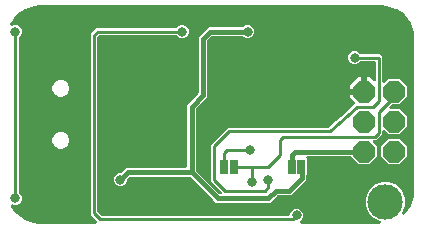
<source format=gbl>
G04 EAGLE Gerber X2 export*
%TF.Part,Single*%
%TF.FileFunction,Other,Bottom layer*%
%TF.FilePolarity,Positive*%
%TF.GenerationSoftware,Autodesk,EAGLE,9.1.3*%
%TF.CreationDate,2018-09-03T05:04:02Z*%
G75*
%MOMM*%
%FSLAX34Y34*%
%LPD*%
%AMOC8*
5,1,8,0,0,1.08239X$1,22.5*%
G01*
%ADD10P,2.034460X8X112.500000*%
%ADD11R,0.635000X1.270000*%
%ADD12C,0.804800*%
%ADD13C,0.254000*%
%ADD14C,0.406400*%
%ADD15C,0.457200*%
%ADD16C,3.000000*%

G36*
X77893Y2558D02*
X77893Y2558D01*
X78032Y2571D01*
X78051Y2578D01*
X78071Y2581D01*
X78200Y2632D01*
X78331Y2679D01*
X78348Y2690D01*
X78366Y2698D01*
X78479Y2779D01*
X78594Y2857D01*
X78607Y2873D01*
X78624Y2884D01*
X78713Y2992D01*
X78804Y3096D01*
X78814Y3114D01*
X78827Y3129D01*
X78886Y3255D01*
X78949Y3379D01*
X78953Y3399D01*
X78962Y3417D01*
X78988Y3553D01*
X79019Y3689D01*
X79018Y3710D01*
X79022Y3729D01*
X79013Y3868D01*
X79009Y4007D01*
X79003Y4027D01*
X79002Y4047D01*
X78959Y4179D01*
X78921Y4313D01*
X78910Y4330D01*
X78904Y4349D01*
X78830Y4467D01*
X78759Y4587D01*
X78741Y4608D01*
X78734Y4618D01*
X78719Y4632D01*
X78653Y4707D01*
X75414Y7946D01*
X73405Y9955D01*
X73405Y163083D01*
X78217Y167895D01*
X145234Y167895D01*
X145333Y167907D01*
X145432Y167910D01*
X145490Y167927D01*
X145550Y167935D01*
X145642Y167971D01*
X145737Y167999D01*
X145789Y168029D01*
X145846Y168052D01*
X145926Y168110D01*
X146011Y168160D01*
X146086Y168226D01*
X146103Y168238D01*
X146111Y168248D01*
X146132Y168266D01*
X147669Y169804D01*
X149709Y170649D01*
X151916Y170649D01*
X153956Y169804D01*
X155517Y168243D01*
X156361Y166204D01*
X156361Y163996D01*
X155517Y161957D01*
X153956Y160396D01*
X151916Y159551D01*
X149709Y159551D01*
X147669Y160396D01*
X146132Y161934D01*
X146054Y161994D01*
X145982Y162062D01*
X145929Y162091D01*
X145881Y162128D01*
X145790Y162168D01*
X145703Y162216D01*
X145644Y162231D01*
X145589Y162255D01*
X145491Y162270D01*
X145395Y162295D01*
X145295Y162301D01*
X145275Y162305D01*
X145262Y162303D01*
X145234Y162305D01*
X81058Y162305D01*
X80960Y162293D01*
X80861Y162290D01*
X80803Y162273D01*
X80743Y162265D01*
X80651Y162229D01*
X80556Y162201D01*
X80503Y162171D01*
X80447Y162148D01*
X80367Y162090D01*
X80282Y162040D01*
X80206Y161974D01*
X80190Y161962D01*
X80182Y161952D01*
X80161Y161934D01*
X79366Y161139D01*
X79306Y161061D01*
X79238Y160989D01*
X79209Y160936D01*
X79172Y160888D01*
X79132Y160797D01*
X79084Y160710D01*
X79069Y160652D01*
X79045Y160596D01*
X79030Y160498D01*
X79005Y160402D01*
X78999Y160302D01*
X78995Y160282D01*
X78997Y160270D01*
X78995Y160242D01*
X78995Y12796D01*
X79007Y12698D01*
X79010Y12599D01*
X79027Y12540D01*
X79035Y12480D01*
X79071Y12388D01*
X79099Y12293D01*
X79129Y12241D01*
X79152Y12185D01*
X79210Y12105D01*
X79260Y12019D01*
X79326Y11944D01*
X79338Y11927D01*
X79348Y11920D01*
X79366Y11898D01*
X81748Y9516D01*
X81827Y9456D01*
X81899Y9388D01*
X81952Y9359D01*
X82000Y9322D01*
X82091Y9282D01*
X82177Y9234D01*
X82236Y9219D01*
X82291Y9195D01*
X82389Y9180D01*
X82485Y9155D01*
X82585Y9149D01*
X82606Y9145D01*
X82618Y9147D01*
X82646Y9145D01*
X240832Y9145D01*
X240950Y9160D01*
X241069Y9167D01*
X241107Y9180D01*
X241148Y9185D01*
X241258Y9228D01*
X241371Y9265D01*
X241406Y9287D01*
X241443Y9302D01*
X241539Y9371D01*
X241640Y9435D01*
X241668Y9465D01*
X241701Y9488D01*
X241777Y9580D01*
X241858Y9667D01*
X241878Y9702D01*
X241903Y9733D01*
X241954Y9841D01*
X242012Y9945D01*
X242022Y9985D01*
X242039Y10021D01*
X242061Y10138D01*
X242091Y10253D01*
X242095Y10313D01*
X242099Y10333D01*
X242097Y10354D01*
X242101Y10414D01*
X242101Y10629D01*
X242946Y12668D01*
X244507Y14229D01*
X246546Y15074D01*
X248754Y15074D01*
X250793Y14229D01*
X252354Y12668D01*
X253199Y10629D01*
X253199Y8421D01*
X252354Y6382D01*
X250680Y4707D01*
X250594Y4598D01*
X250506Y4491D01*
X250497Y4472D01*
X250485Y4456D01*
X250429Y4328D01*
X250370Y4203D01*
X250366Y4183D01*
X250358Y4164D01*
X250336Y4026D01*
X250310Y3890D01*
X250312Y3870D01*
X250308Y3850D01*
X250322Y3711D01*
X250330Y3573D01*
X250336Y3554D01*
X250338Y3534D01*
X250385Y3402D01*
X250428Y3271D01*
X250439Y3253D01*
X250446Y3234D01*
X250524Y3119D01*
X250598Y3002D01*
X250613Y2988D01*
X250624Y2971D01*
X250729Y2879D01*
X250830Y2784D01*
X250848Y2774D01*
X250863Y2761D01*
X250987Y2697D01*
X251108Y2630D01*
X251128Y2625D01*
X251146Y2616D01*
X251282Y2586D01*
X251416Y2551D01*
X251444Y2549D01*
X251456Y2546D01*
X251477Y2547D01*
X251577Y2541D01*
X318003Y2541D01*
X318072Y2549D01*
X318142Y2548D01*
X318229Y2569D01*
X318318Y2581D01*
X318383Y2606D01*
X318451Y2623D01*
X318530Y2665D01*
X318614Y2698D01*
X318670Y2739D01*
X318732Y2771D01*
X318798Y2832D01*
X318871Y2884D01*
X318916Y2938D01*
X318967Y2985D01*
X319017Y3060D01*
X319074Y3129D01*
X319104Y3193D01*
X319142Y3251D01*
X319171Y3336D01*
X319209Y3417D01*
X319223Y3486D01*
X319245Y3552D01*
X319252Y3641D01*
X319269Y3729D01*
X319265Y3799D01*
X319270Y3869D01*
X319255Y3957D01*
X319249Y4047D01*
X319228Y4113D01*
X319216Y4182D01*
X319179Y4264D01*
X319151Y4349D01*
X319114Y4408D01*
X319085Y4472D01*
X319029Y4542D01*
X318981Y4618D01*
X318930Y4666D01*
X318887Y4720D01*
X318815Y4775D01*
X318750Y4836D01*
X318689Y4870D01*
X318633Y4912D01*
X318488Y4983D01*
X313640Y6991D01*
X308991Y11640D01*
X306475Y17713D01*
X306475Y24287D01*
X308991Y30360D01*
X313640Y35009D01*
X319713Y37525D01*
X326287Y37525D01*
X332360Y35009D01*
X337009Y30360D01*
X339525Y24287D01*
X339525Y17713D01*
X337057Y11757D01*
X337023Y11632D01*
X336983Y11509D01*
X336982Y11479D01*
X336974Y11450D01*
X336971Y11321D01*
X336963Y11192D01*
X336969Y11162D01*
X336968Y11132D01*
X336999Y11006D01*
X337023Y10879D01*
X337036Y10852D01*
X337043Y10823D01*
X337103Y10708D01*
X337158Y10591D01*
X337177Y10568D01*
X337191Y10541D01*
X337278Y10446D01*
X337361Y10346D01*
X337385Y10328D01*
X337405Y10306D01*
X337513Y10235D01*
X337618Y10159D01*
X337646Y10148D01*
X337671Y10131D01*
X337793Y10089D01*
X337913Y10042D01*
X337943Y10038D01*
X337972Y10028D01*
X338101Y10018D01*
X338229Y10002D01*
X338259Y10005D01*
X338289Y10003D01*
X338416Y10025D01*
X338544Y10041D01*
X338572Y10052D01*
X338602Y10057D01*
X338720Y10110D01*
X338840Y10158D01*
X338877Y10181D01*
X338892Y10188D01*
X338909Y10202D01*
X338976Y10244D01*
X339265Y10454D01*
X339352Y10535D01*
X339443Y10611D01*
X339482Y10658D01*
X339497Y10672D01*
X339508Y10689D01*
X339546Y10735D01*
X344362Y17364D01*
X344420Y17468D01*
X344483Y17568D01*
X344506Y17625D01*
X344516Y17643D01*
X344521Y17662D01*
X344543Y17718D01*
X347075Y25511D01*
X347088Y25579D01*
X347110Y25644D01*
X347133Y25803D01*
X347455Y29900D01*
X347454Y29922D01*
X347459Y30000D01*
X347459Y160000D01*
X347457Y160022D01*
X347455Y160100D01*
X347133Y164197D01*
X347119Y164264D01*
X347115Y164333D01*
X347075Y164489D01*
X344543Y172282D01*
X344492Y172390D01*
X344449Y172500D01*
X344416Y172551D01*
X344407Y172570D01*
X344394Y172586D01*
X344362Y172636D01*
X339546Y179265D01*
X339465Y179352D01*
X339389Y179443D01*
X339342Y179482D01*
X339328Y179497D01*
X339311Y179508D01*
X339265Y179546D01*
X336904Y181262D01*
X332636Y184362D01*
X332532Y184420D01*
X332432Y184483D01*
X332375Y184506D01*
X332357Y184516D01*
X332338Y184521D01*
X332282Y184543D01*
X324489Y187075D01*
X324421Y187088D01*
X324356Y187110D01*
X324197Y187133D01*
X320100Y187455D01*
X320078Y187454D01*
X320000Y187459D01*
X30000Y187459D01*
X29978Y187457D01*
X29900Y187455D01*
X25803Y187133D01*
X25736Y187119D01*
X25667Y187115D01*
X25511Y187075D01*
X17718Y184543D01*
X17610Y184492D01*
X17500Y184449D01*
X17449Y184416D01*
X17430Y184407D01*
X17414Y184394D01*
X17364Y184362D01*
X10735Y179546D01*
X10648Y179465D01*
X10557Y179389D01*
X10518Y179342D01*
X10503Y179328D01*
X10492Y179311D01*
X10454Y179265D01*
X5638Y172636D01*
X5581Y172532D01*
X5517Y172432D01*
X5494Y172375D01*
X5484Y172357D01*
X5479Y172338D01*
X5457Y172282D01*
X5234Y171595D01*
X5217Y171507D01*
X5191Y171421D01*
X5187Y171351D01*
X5174Y171282D01*
X5180Y171193D01*
X5176Y171103D01*
X5190Y171035D01*
X5194Y170965D01*
X5222Y170880D01*
X5240Y170792D01*
X5271Y170729D01*
X5292Y170662D01*
X5340Y170587D01*
X5380Y170506D01*
X5425Y170453D01*
X5463Y170394D01*
X5528Y170333D01*
X5586Y170264D01*
X5643Y170224D01*
X5694Y170176D01*
X5773Y170133D01*
X5846Y170081D01*
X5912Y170056D01*
X5973Y170023D01*
X6060Y170000D01*
X6143Y169968D01*
X6213Y169961D01*
X6281Y169943D01*
X6370Y169943D01*
X6460Y169933D01*
X6529Y169943D01*
X6599Y169943D01*
X6686Y169965D01*
X6774Y169978D01*
X6892Y170018D01*
X6907Y170022D01*
X6913Y170025D01*
X6927Y170030D01*
X8421Y170649D01*
X10629Y170649D01*
X12668Y169804D01*
X14229Y168243D01*
X15074Y166204D01*
X15074Y163996D01*
X14229Y161957D01*
X12691Y160419D01*
X12631Y160341D01*
X12563Y160269D01*
X12534Y160216D01*
X12497Y160168D01*
X12457Y160077D01*
X12409Y159991D01*
X12394Y159932D01*
X12370Y159876D01*
X12355Y159778D01*
X12330Y159683D01*
X12324Y159583D01*
X12320Y159562D01*
X12322Y159550D01*
X12320Y159522D01*
X12320Y29391D01*
X12332Y29292D01*
X12335Y29193D01*
X12352Y29135D01*
X12360Y29075D01*
X12396Y28983D01*
X12424Y28888D01*
X12454Y28836D01*
X12477Y28779D01*
X12535Y28699D01*
X12585Y28614D01*
X12651Y28539D01*
X12663Y28522D01*
X12673Y28514D01*
X12691Y28493D01*
X14229Y26956D01*
X15074Y24916D01*
X15074Y22709D01*
X14229Y20669D01*
X12668Y19108D01*
X10629Y18264D01*
X8421Y18264D01*
X7662Y18578D01*
X7537Y18612D01*
X7414Y18652D01*
X7384Y18654D01*
X7355Y18662D01*
X7226Y18664D01*
X7097Y18672D01*
X7067Y18667D01*
X7037Y18667D01*
X6912Y18637D01*
X6785Y18613D01*
X6757Y18600D01*
X6728Y18593D01*
X6614Y18533D01*
X6497Y18478D01*
X6474Y18459D01*
X6447Y18444D01*
X6351Y18357D01*
X6252Y18275D01*
X6234Y18251D01*
X6212Y18231D01*
X6141Y18123D01*
X6064Y18018D01*
X6053Y17990D01*
X6037Y17965D01*
X5995Y17842D01*
X5947Y17722D01*
X5943Y17693D01*
X5934Y17664D01*
X5923Y17535D01*
X5907Y17407D01*
X5911Y17377D01*
X5908Y17347D01*
X5930Y17220D01*
X5946Y17091D01*
X5958Y17063D01*
X5963Y17034D01*
X6016Y16916D01*
X6063Y16796D01*
X6086Y16759D01*
X6093Y16744D01*
X6107Y16727D01*
X6149Y16660D01*
X10454Y10735D01*
X10536Y10648D01*
X10611Y10557D01*
X10658Y10518D01*
X10672Y10503D01*
X10689Y10492D01*
X10735Y10454D01*
X10810Y10399D01*
X17364Y5638D01*
X17468Y5580D01*
X17568Y5517D01*
X17625Y5494D01*
X17643Y5484D01*
X17662Y5479D01*
X17718Y5457D01*
X25511Y2925D01*
X25579Y2912D01*
X25644Y2890D01*
X25803Y2867D01*
X29900Y2545D01*
X29922Y2546D01*
X30000Y2541D01*
X77755Y2541D01*
X77893Y2558D01*
G37*
%LPC*%
G36*
X179502Y20256D02*
X179502Y20256D01*
X177047Y22711D01*
X157903Y41855D01*
X157824Y41916D01*
X157752Y41984D01*
X157699Y42013D01*
X157651Y42050D01*
X157560Y42089D01*
X157474Y42137D01*
X157415Y42152D01*
X157359Y42176D01*
X157261Y42192D01*
X157166Y42217D01*
X157066Y42223D01*
X157045Y42226D01*
X157033Y42225D01*
X157005Y42227D01*
X106879Y42227D01*
X106781Y42214D01*
X106682Y42211D01*
X106624Y42195D01*
X106564Y42187D01*
X106472Y42150D01*
X106376Y42123D01*
X106324Y42092D01*
X106268Y42070D01*
X106188Y42012D01*
X106103Y41961D01*
X106027Y41895D01*
X106011Y41883D01*
X106003Y41874D01*
X105982Y41855D01*
X104345Y40219D01*
X104285Y40141D01*
X104217Y40068D01*
X104188Y40015D01*
X104151Y39968D01*
X104111Y39877D01*
X104063Y39790D01*
X104048Y39731D01*
X104024Y39676D01*
X104009Y39578D01*
X103984Y39482D01*
X103978Y39382D01*
X103974Y39362D01*
X103976Y39349D01*
X103974Y39321D01*
X103974Y38584D01*
X103129Y36544D01*
X101568Y34983D01*
X99529Y34139D01*
X97321Y34139D01*
X95282Y34983D01*
X93721Y36544D01*
X92876Y38584D01*
X92876Y40791D01*
X93721Y42831D01*
X95282Y44392D01*
X97321Y45236D01*
X98059Y45236D01*
X98157Y45249D01*
X98256Y45252D01*
X98314Y45268D01*
X98374Y45276D01*
X98466Y45313D01*
X98562Y45340D01*
X98614Y45371D01*
X98670Y45393D01*
X98750Y45451D01*
X98835Y45502D01*
X98911Y45568D01*
X98927Y45580D01*
X98935Y45589D01*
X98956Y45608D01*
X103197Y49848D01*
X153924Y49848D01*
X154042Y49863D01*
X154161Y49871D01*
X154199Y49883D01*
X154240Y49888D01*
X154350Y49932D01*
X154463Y49969D01*
X154498Y49990D01*
X154535Y50005D01*
X154631Y50075D01*
X154732Y50139D01*
X154760Y50168D01*
X154793Y50192D01*
X154869Y50284D01*
X154950Y50370D01*
X154970Y50406D01*
X154995Y50437D01*
X155046Y50545D01*
X155104Y50649D01*
X155114Y50688D01*
X155131Y50725D01*
X155153Y50841D01*
X155183Y50957D01*
X155187Y51017D01*
X155191Y51037D01*
X155189Y51057D01*
X155193Y51117D01*
X155193Y103073D01*
X164347Y112226D01*
X164407Y112305D01*
X164475Y112377D01*
X164504Y112430D01*
X164541Y112478D01*
X164581Y112569D01*
X164629Y112655D01*
X164644Y112714D01*
X164668Y112770D01*
X164683Y112868D01*
X164708Y112963D01*
X164714Y113063D01*
X164718Y113084D01*
X164716Y113096D01*
X164718Y113124D01*
X164718Y160223D01*
X173152Y168657D01*
X201559Y168657D01*
X201657Y168669D01*
X201756Y168672D01*
X201814Y168689D01*
X201874Y168697D01*
X201966Y168733D01*
X202062Y168761D01*
X202114Y168791D01*
X202170Y168814D01*
X202250Y168872D01*
X202336Y168922D01*
X202411Y168988D01*
X202427Y169000D01*
X202435Y169010D01*
X202456Y169029D01*
X203232Y169804D01*
X205271Y170649D01*
X207479Y170649D01*
X209518Y169804D01*
X211079Y168243D01*
X211924Y166204D01*
X211924Y163996D01*
X211079Y161957D01*
X209518Y160396D01*
X207479Y159551D01*
X205271Y159551D01*
X203232Y160396D01*
X202456Y161171D01*
X202378Y161232D01*
X202306Y161300D01*
X202253Y161329D01*
X202205Y161366D01*
X202114Y161406D01*
X202028Y161454D01*
X201969Y161469D01*
X201913Y161493D01*
X201815Y161508D01*
X201720Y161533D01*
X201620Y161539D01*
X201599Y161543D01*
X201587Y161541D01*
X201559Y161543D01*
X176624Y161543D01*
X176526Y161531D01*
X176427Y161528D01*
X176369Y161511D01*
X176308Y161503D01*
X176216Y161467D01*
X176121Y161439D01*
X176069Y161409D01*
X176013Y161386D01*
X175933Y161328D01*
X175847Y161278D01*
X175772Y161212D01*
X175755Y161200D01*
X175748Y161190D01*
X175726Y161172D01*
X172203Y157649D01*
X172143Y157570D01*
X172075Y157498D01*
X172046Y157445D01*
X172009Y157397D01*
X171969Y157306D01*
X171921Y157220D01*
X171906Y157161D01*
X171882Y157105D01*
X171867Y157007D01*
X171842Y156912D01*
X171836Y156812D01*
X171832Y156791D01*
X171834Y156779D01*
X171832Y156751D01*
X171832Y109652D01*
X162678Y100499D01*
X162618Y100420D01*
X162550Y100348D01*
X162521Y100295D01*
X162484Y100247D01*
X162444Y100156D01*
X162396Y100070D01*
X162381Y100011D01*
X162357Y99955D01*
X162342Y99857D01*
X162317Y99762D01*
X162311Y99662D01*
X162307Y99641D01*
X162309Y99629D01*
X162307Y99601D01*
X162307Y48396D01*
X162319Y48298D01*
X162322Y48198D01*
X162339Y48140D01*
X162347Y48080D01*
X162383Y47988D01*
X162411Y47893D01*
X162441Y47841D01*
X162464Y47784D01*
X162522Y47704D01*
X162572Y47619D01*
X162575Y47615D01*
X162576Y47585D01*
X162593Y47527D01*
X162601Y47467D01*
X162637Y47375D01*
X162665Y47280D01*
X162695Y47228D01*
X162718Y47171D01*
X162776Y47091D01*
X162826Y47006D01*
X162892Y46930D01*
X162904Y46914D01*
X162914Y46906D01*
X162932Y46885D01*
X182076Y27741D01*
X182155Y27680D01*
X182227Y27612D01*
X182280Y27583D01*
X182328Y27546D01*
X182419Y27507D01*
X182505Y27459D01*
X182564Y27444D01*
X182620Y27420D01*
X182718Y27404D01*
X182813Y27379D01*
X182913Y27373D01*
X182934Y27370D01*
X182946Y27371D01*
X182974Y27369D01*
X183102Y27369D01*
X183239Y27387D01*
X183378Y27400D01*
X183397Y27407D01*
X183417Y27409D01*
X183546Y27460D01*
X183677Y27507D01*
X183694Y27519D01*
X183713Y27526D01*
X183825Y27608D01*
X183940Y27686D01*
X183954Y27701D01*
X183970Y27713D01*
X184059Y27820D01*
X184151Y27924D01*
X184160Y27942D01*
X184173Y27958D01*
X184232Y28084D01*
X184296Y28208D01*
X184300Y28227D01*
X184309Y28246D01*
X184335Y28382D01*
X184365Y28518D01*
X184365Y28538D01*
X184368Y28558D01*
X184360Y28696D01*
X184356Y28836D01*
X184350Y28855D01*
X184349Y28875D01*
X184306Y29008D01*
X184267Y29141D01*
X184257Y29159D01*
X184251Y29178D01*
X184176Y29296D01*
X184106Y29415D01*
X184087Y29436D01*
X184080Y29447D01*
X184065Y29461D01*
X183999Y29536D01*
X177014Y36521D01*
X175005Y38530D01*
X175005Y69420D01*
X189342Y83757D01*
X274629Y83757D01*
X274704Y83767D01*
X274780Y83766D01*
X274861Y83787D01*
X274945Y83797D01*
X275015Y83825D01*
X275088Y83843D01*
X275162Y83883D01*
X275240Y83914D01*
X275302Y83959D01*
X275368Y83995D01*
X275493Y84096D01*
X275514Y84116D01*
X275514Y84117D01*
X280982Y89193D01*
X280982Y89194D01*
X285082Y93001D01*
X285083Y93001D01*
X290550Y98078D01*
X296018Y103155D01*
X296493Y103597D01*
X296502Y103608D01*
X296527Y103630D01*
X296659Y103762D01*
X296732Y103856D01*
X296811Y103945D01*
X296829Y103981D01*
X296854Y104013D01*
X296902Y104122D01*
X296956Y104228D01*
X296965Y104268D01*
X296981Y104305D01*
X296999Y104423D01*
X297025Y104539D01*
X297024Y104579D01*
X297031Y104619D01*
X297019Y104738D01*
X297016Y104856D01*
X297004Y104895D01*
X297001Y104936D01*
X296960Y105048D01*
X296927Y105162D01*
X296907Y105197D01*
X296893Y105235D01*
X296826Y105334D01*
X296766Y105436D01*
X296726Y105481D01*
X296715Y105498D01*
X296699Y105511D01*
X296659Y105557D01*
X292861Y109355D01*
X292861Y111761D01*
X303530Y111761D01*
X303648Y111776D01*
X303767Y111783D01*
X303805Y111796D01*
X303845Y111801D01*
X303956Y111844D01*
X304069Y111881D01*
X304103Y111903D01*
X304141Y111918D01*
X304237Y111988D01*
X304338Y112051D01*
X304366Y112081D01*
X304398Y112104D01*
X304474Y112196D01*
X304556Y112283D01*
X304575Y112318D01*
X304601Y112349D01*
X304652Y112457D01*
X304709Y112561D01*
X304720Y112601D01*
X304737Y112637D01*
X304759Y112754D01*
X304789Y112869D01*
X304793Y112930D01*
X304797Y112950D01*
X304795Y112970D01*
X304799Y113030D01*
X304799Y114301D01*
X306070Y114301D01*
X306188Y114316D01*
X306307Y114323D01*
X306345Y114336D01*
X306385Y114341D01*
X306496Y114385D01*
X306609Y114421D01*
X306644Y114443D01*
X306681Y114458D01*
X306777Y114528D01*
X306878Y114591D01*
X306906Y114621D01*
X306939Y114645D01*
X307014Y114736D01*
X307096Y114823D01*
X307116Y114858D01*
X307141Y114890D01*
X307192Y114997D01*
X307250Y115102D01*
X307260Y115141D01*
X307277Y115177D01*
X307299Y115294D01*
X307329Y115409D01*
X307333Y115470D01*
X307337Y115490D01*
X307335Y115510D01*
X307339Y115570D01*
X307339Y126239D01*
X309745Y126239D01*
X312539Y123445D01*
X312633Y123372D01*
X312643Y123363D01*
X312650Y123359D01*
X312755Y123271D01*
X312774Y123263D01*
X312790Y123250D01*
X312918Y123195D01*
X313043Y123136D01*
X313063Y123132D01*
X313082Y123124D01*
X313220Y123102D01*
X313356Y123076D01*
X313376Y123077D01*
X313396Y123074D01*
X313535Y123087D01*
X313673Y123096D01*
X313692Y123102D01*
X313712Y123104D01*
X313844Y123151D01*
X313975Y123194D01*
X313993Y123205D01*
X314012Y123212D01*
X314127Y123290D01*
X314244Y123364D01*
X314258Y123379D01*
X314275Y123390D01*
X314367Y123495D01*
X314462Y123596D01*
X314472Y123613D01*
X314485Y123629D01*
X314549Y123753D01*
X314616Y123874D01*
X314621Y123894D01*
X314630Y123912D01*
X314660Y124048D01*
X314695Y124182D01*
X314697Y124210D01*
X314700Y124222D01*
X314699Y124243D01*
X314705Y124343D01*
X314705Y138811D01*
X314690Y138929D01*
X314683Y139048D01*
X314670Y139086D01*
X314665Y139127D01*
X314622Y139237D01*
X314585Y139350D01*
X314563Y139385D01*
X314548Y139422D01*
X314479Y139518D01*
X314415Y139619D01*
X314385Y139647D01*
X314362Y139680D01*
X314270Y139756D01*
X314183Y139837D01*
X314148Y139857D01*
X314117Y139882D01*
X314009Y139933D01*
X313905Y139991D01*
X313865Y140001D01*
X313829Y140018D01*
X313712Y140040D01*
X313597Y140070D01*
X313537Y140074D01*
X313517Y140078D01*
X313496Y140076D01*
X313436Y140080D01*
X302441Y140080D01*
X302342Y140068D01*
X302243Y140065D01*
X302185Y140048D01*
X302125Y140040D01*
X302033Y140004D01*
X301938Y139976D01*
X301886Y139946D01*
X301829Y139923D01*
X301749Y139865D01*
X301664Y139815D01*
X301589Y139749D01*
X301572Y139737D01*
X301564Y139727D01*
X301543Y139709D01*
X300006Y138171D01*
X297966Y137326D01*
X295759Y137326D01*
X293719Y138171D01*
X292158Y139732D01*
X291314Y141771D01*
X291314Y143979D01*
X292158Y146018D01*
X293719Y147579D01*
X295759Y148424D01*
X297966Y148424D01*
X300006Y147579D01*
X301543Y146041D01*
X301621Y145981D01*
X301693Y145913D01*
X301746Y145884D01*
X301794Y145847D01*
X301885Y145807D01*
X301972Y145759D01*
X302031Y145744D01*
X302086Y145720D01*
X302184Y145705D01*
X302280Y145680D01*
X302380Y145674D01*
X302400Y145670D01*
X302413Y145672D01*
X302441Y145670D01*
X318658Y145670D01*
X320295Y144033D01*
X320295Y122906D01*
X320312Y122769D01*
X320325Y122630D01*
X320332Y122611D01*
X320335Y122590D01*
X320386Y122461D01*
X320433Y122330D01*
X320444Y122314D01*
X320452Y122295D01*
X320533Y122182D01*
X320611Y122067D01*
X320627Y122054D01*
X320638Y122037D01*
X320746Y121949D01*
X320850Y121857D01*
X320868Y121848D01*
X320883Y121835D01*
X321009Y121775D01*
X321133Y121712D01*
X321153Y121708D01*
X321171Y121699D01*
X321307Y121673D01*
X321443Y121643D01*
X321464Y121643D01*
X321483Y121639D01*
X321622Y121648D01*
X321761Y121652D01*
X321781Y121658D01*
X321801Y121659D01*
X321933Y121702D01*
X322067Y121741D01*
X322084Y121751D01*
X322103Y121757D01*
X322221Y121832D01*
X322341Y121902D01*
X322362Y121921D01*
X322372Y121927D01*
X322386Y121942D01*
X322461Y122009D01*
X325676Y125223D01*
X334724Y125223D01*
X341123Y118824D01*
X341123Y109776D01*
X334724Y103377D01*
X328518Y103377D01*
X328420Y103365D01*
X328321Y103362D01*
X328262Y103345D01*
X328202Y103337D01*
X328110Y103301D01*
X328015Y103273D01*
X327963Y103243D01*
X327907Y103220D01*
X327827Y103162D01*
X327741Y103112D01*
X327666Y103046D01*
X327649Y103034D01*
X327641Y103024D01*
X327620Y103006D01*
X326604Y101989D01*
X326520Y101880D01*
X326430Y101773D01*
X326422Y101754D01*
X326409Y101738D01*
X326354Y101611D01*
X326295Y101485D01*
X326291Y101465D01*
X326283Y101446D01*
X326261Y101308D01*
X326235Y101172D01*
X326236Y101152D01*
X326233Y101132D01*
X326246Y100993D01*
X326255Y100855D01*
X326261Y100836D01*
X326263Y100816D01*
X326310Y100684D01*
X326353Y100553D01*
X326364Y100535D01*
X326371Y100516D01*
X326449Y100401D01*
X326523Y100284D01*
X326538Y100270D01*
X326549Y100253D01*
X326653Y100161D01*
X326755Y100066D01*
X326772Y100056D01*
X326788Y100043D01*
X326911Y99980D01*
X327033Y99912D01*
X327053Y99907D01*
X327071Y99898D01*
X327207Y99868D01*
X327341Y99833D01*
X327369Y99831D01*
X327381Y99828D01*
X327402Y99829D01*
X327502Y99823D01*
X334724Y99823D01*
X341123Y93424D01*
X341123Y84376D01*
X334724Y77977D01*
X325676Y77977D01*
X322461Y81191D01*
X322352Y81277D01*
X322245Y81365D01*
X322226Y81374D01*
X322210Y81386D01*
X322082Y81442D01*
X321957Y81501D01*
X321937Y81505D01*
X321918Y81513D01*
X321780Y81535D01*
X321644Y81561D01*
X321624Y81559D01*
X321604Y81563D01*
X321465Y81550D01*
X321327Y81541D01*
X321308Y81535D01*
X321288Y81533D01*
X321156Y81486D01*
X321025Y81443D01*
X321007Y81432D01*
X320988Y81425D01*
X320873Y81347D01*
X320756Y81273D01*
X320742Y81258D01*
X320725Y81247D01*
X320633Y81142D01*
X320538Y81041D01*
X320528Y81023D01*
X320515Y81008D01*
X320451Y80884D01*
X320384Y80763D01*
X320379Y80743D01*
X320370Y80725D01*
X320340Y80589D01*
X320305Y80455D01*
X320303Y80427D01*
X320300Y80415D01*
X320301Y80394D01*
X320295Y80294D01*
X320295Y78217D01*
X315483Y73405D01*
X313406Y73405D01*
X313269Y73388D01*
X313130Y73375D01*
X313111Y73368D01*
X313090Y73365D01*
X312961Y73314D01*
X312830Y73267D01*
X312814Y73256D01*
X312795Y73248D01*
X312682Y73167D01*
X312567Y73089D01*
X312554Y73073D01*
X312537Y73062D01*
X312449Y72954D01*
X312357Y72850D01*
X312348Y72832D01*
X312335Y72817D01*
X312275Y72691D01*
X312212Y72567D01*
X312208Y72547D01*
X312199Y72529D01*
X312173Y72393D01*
X312143Y72257D01*
X312143Y72236D01*
X312139Y72217D01*
X312148Y72078D01*
X312152Y71939D01*
X312158Y71919D01*
X312159Y71899D01*
X312202Y71767D01*
X312241Y71633D01*
X312251Y71616D01*
X312257Y71597D01*
X312332Y71479D01*
X312402Y71359D01*
X312421Y71338D01*
X312427Y71328D01*
X312442Y71314D01*
X312509Y71239D01*
X315723Y68024D01*
X315723Y58976D01*
X309324Y52577D01*
X300276Y52577D01*
X293820Y59033D01*
X293794Y59100D01*
X293757Y59213D01*
X293735Y59248D01*
X293720Y59285D01*
X293651Y59381D01*
X293587Y59482D01*
X293557Y59510D01*
X293534Y59543D01*
X293442Y59619D01*
X293355Y59700D01*
X293320Y59720D01*
X293289Y59745D01*
X293181Y59796D01*
X293077Y59854D01*
X293037Y59864D01*
X293001Y59881D01*
X292884Y59903D01*
X292769Y59933D01*
X292709Y59937D01*
X292689Y59941D01*
X292668Y59939D01*
X292608Y59943D01*
X257261Y59943D01*
X257123Y59926D01*
X256985Y59913D01*
X256966Y59906D01*
X256946Y59903D01*
X256816Y59852D01*
X256686Y59805D01*
X256669Y59794D01*
X256650Y59786D01*
X256538Y59705D01*
X256422Y59627D01*
X256409Y59611D01*
X256393Y59600D01*
X256304Y59492D01*
X256212Y59388D01*
X256203Y59370D01*
X256190Y59355D01*
X256131Y59229D01*
X256067Y59105D01*
X256063Y59085D01*
X256054Y59067D01*
X256028Y58931D01*
X255998Y58795D01*
X255998Y58774D01*
X255995Y58755D01*
X256003Y58616D01*
X256007Y58477D01*
X256013Y58457D01*
X256014Y58437D01*
X256057Y58305D01*
X256096Y58171D01*
X256106Y58154D01*
X256112Y58135D01*
X256187Y58017D01*
X256257Y57897D01*
X256276Y57876D01*
X256283Y57866D01*
X256298Y57852D01*
X256359Y57782D01*
X256359Y43818D01*
X256341Y43801D01*
X256280Y43722D01*
X256212Y43650D01*
X256183Y43597D01*
X256146Y43549D01*
X256107Y43458D01*
X256059Y43372D01*
X256044Y43313D01*
X256020Y43258D01*
X256004Y43160D01*
X255979Y43064D01*
X255973Y42964D01*
X255970Y42943D01*
X255971Y42931D01*
X255969Y42903D01*
X255969Y39802D01*
X242773Y26606D01*
X232186Y26606D01*
X232088Y26593D01*
X231989Y26590D01*
X231931Y26574D01*
X231871Y26566D01*
X231779Y26529D01*
X231684Y26502D01*
X231632Y26471D01*
X231575Y26449D01*
X231495Y26391D01*
X231410Y26340D01*
X231334Y26274D01*
X231318Y26262D01*
X231310Y26253D01*
X231289Y26234D01*
X225311Y20256D01*
X179502Y20256D01*
G37*
%LPD*%
%LPC*%
G36*
X325676Y52577D02*
X325676Y52577D01*
X319277Y58976D01*
X319277Y68024D01*
X325676Y74423D01*
X334724Y74423D01*
X341123Y68024D01*
X341123Y58976D01*
X334724Y52577D01*
X325676Y52577D01*
G37*
%LPD*%
%LPC*%
G36*
X46699Y109959D02*
X46699Y109959D01*
X44112Y111031D01*
X42131Y113012D01*
X41059Y115599D01*
X41059Y118401D01*
X42131Y120988D01*
X44112Y122969D01*
X46699Y124041D01*
X49501Y124041D01*
X52088Y122969D01*
X54069Y120988D01*
X55141Y118401D01*
X55141Y115599D01*
X54069Y113012D01*
X52088Y111031D01*
X49501Y109959D01*
X46699Y109959D01*
G37*
%LPD*%
%LPC*%
G36*
X46699Y65959D02*
X46699Y65959D01*
X44112Y67031D01*
X42131Y69012D01*
X41059Y71599D01*
X41059Y74401D01*
X42131Y76988D01*
X44112Y78969D01*
X46699Y80041D01*
X49501Y80041D01*
X52088Y78969D01*
X54069Y76988D01*
X55141Y74401D01*
X55141Y71599D01*
X54069Y69012D01*
X52088Y67031D01*
X49501Y65959D01*
X46699Y65959D01*
G37*
%LPD*%
%LPC*%
G36*
X292861Y116839D02*
X292861Y116839D01*
X292861Y119245D01*
X299855Y126239D01*
X302261Y126239D01*
X302261Y116839D01*
X292861Y116839D01*
G37*
%LPD*%
D10*
X330200Y63500D03*
X304800Y63500D03*
X330200Y88900D03*
X304800Y88900D03*
X330200Y114300D03*
X304800Y114300D03*
D11*
X186491Y50800D03*
X194627Y50800D03*
X251659Y50800D03*
X243523Y50800D03*
D12*
X100013Y66675D03*
X153988Y112713D03*
X153988Y133350D03*
X153988Y152400D03*
X273050Y23813D03*
X171450Y85725D03*
X171450Y96838D03*
X60325Y69850D03*
X100013Y77788D03*
X47625Y7938D03*
X57150Y82550D03*
X50800Y60325D03*
X168275Y49213D03*
X53975Y182563D03*
X23813Y180975D03*
D13*
X194627Y50800D02*
X209550Y50800D01*
X223838Y50800D01*
X233363Y60325D01*
D12*
X209550Y38100D03*
D13*
X209550Y50800D01*
X233363Y60325D02*
X233363Y73025D01*
X236538Y76200D01*
X314325Y76200D01*
X317500Y79375D01*
X317500Y96838D01*
X328613Y107950D01*
X328613Y112713D01*
X330200Y114300D01*
D12*
X150813Y165100D03*
D13*
X80963Y6350D02*
X244475Y6350D01*
X247650Y9525D01*
D12*
X247650Y9525D03*
D13*
X80963Y6350D02*
X76200Y11113D01*
X76200Y161925D01*
X79375Y165100D01*
X150813Y165100D01*
D12*
X206375Y165100D03*
D14*
X158750Y101600D02*
X158750Y46038D01*
X180975Y23813D01*
X223838Y23813D01*
X230188Y30163D01*
X206375Y165100D02*
X174625Y165100D01*
X168275Y158750D01*
X168275Y111125D01*
X158750Y101600D01*
X230188Y30163D02*
X241300Y30163D01*
X252413Y41275D01*
X252413Y50047D01*
X251659Y50800D01*
D15*
X158750Y46038D02*
X104775Y46038D01*
X98425Y39688D01*
D12*
X98425Y39688D03*
D13*
X186491Y50800D02*
X186491Y62666D01*
X188913Y65088D01*
X207963Y65088D01*
D12*
X207963Y65088D03*
X9525Y165100D03*
D13*
X9525Y23813D01*
D12*
X9525Y23813D03*
D14*
X243523Y50800D02*
X243523Y60961D01*
X246063Y63500D01*
X304800Y63500D01*
D12*
X223838Y39688D03*
D13*
X223838Y33338D01*
X220663Y30163D01*
X187325Y30163D01*
X177800Y39688D01*
X177800Y68263D01*
X190500Y80963D01*
X276225Y80963D01*
X298450Y101600D01*
X312738Y101600D01*
X317500Y106363D01*
D12*
X296863Y142875D03*
D13*
X317500Y142875D02*
X317500Y106363D01*
X317500Y142875D02*
X296863Y142875D01*
D16*
X323000Y21000D03*
M02*

</source>
